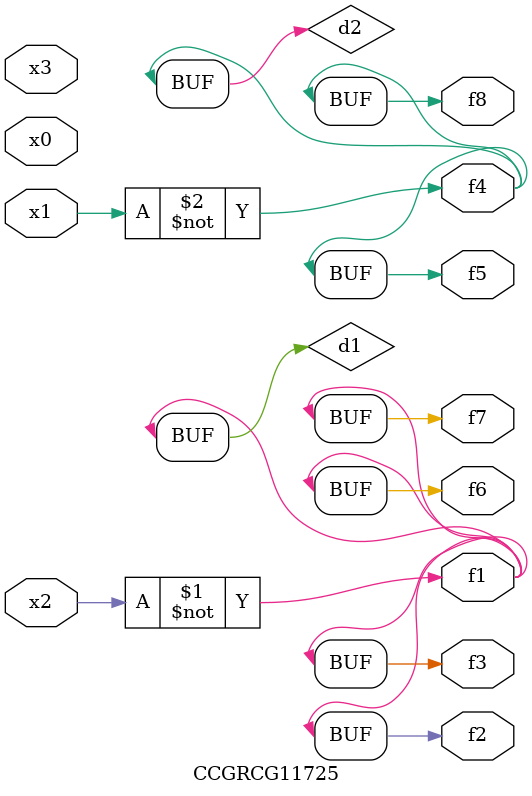
<source format=v>
module CCGRCG11725(
	input x0, x1, x2, x3,
	output f1, f2, f3, f4, f5, f6, f7, f8
);

	wire d1, d2;

	xnor (d1, x2);
	not (d2, x1);
	assign f1 = d1;
	assign f2 = d1;
	assign f3 = d1;
	assign f4 = d2;
	assign f5 = d2;
	assign f6 = d1;
	assign f7 = d1;
	assign f8 = d2;
endmodule

</source>
